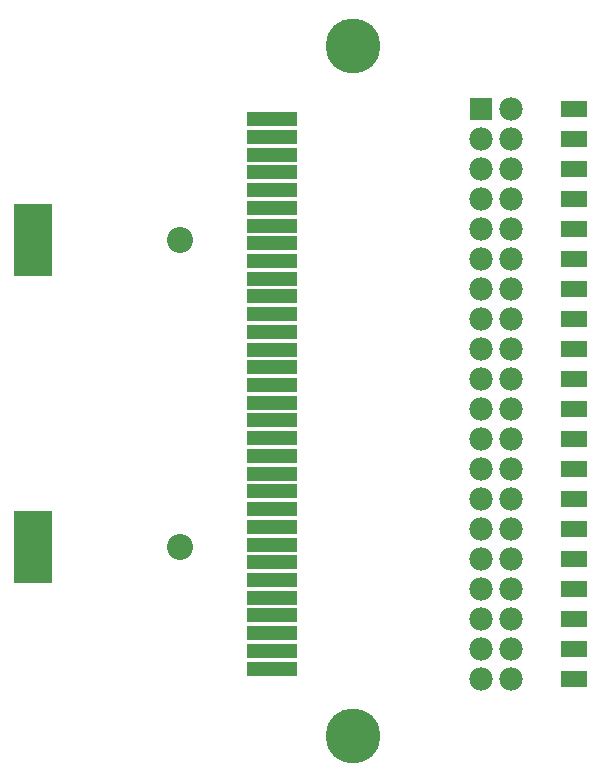
<source format=gts>
G04 Layer_Color=8388736*
%FSLAX25Y25*%
%MOIN*%
G70*
G01*
G75*
%ADD28R,0.08674X0.05800*%
%ADD29R,0.16548X0.04737*%
%ADD30R,0.12611X0.24422*%
%ADD31R,0.07800X0.07800*%
%ADD32C,0.07800*%
%ADD33C,0.18300*%
%ADD34C,0.08674*%
D28*
X303500Y335000D02*
D03*
Y325000D02*
D03*
Y315000D02*
D03*
Y305000D02*
D03*
Y295000D02*
D03*
Y285000D02*
D03*
Y275000D02*
D03*
Y265000D02*
D03*
Y255000D02*
D03*
Y245000D02*
D03*
Y235000D02*
D03*
Y225000D02*
D03*
Y215000D02*
D03*
Y205000D02*
D03*
Y195000D02*
D03*
Y185000D02*
D03*
Y175000D02*
D03*
Y165000D02*
D03*
Y155000D02*
D03*
Y145000D02*
D03*
D29*
X202854Y331535D02*
D03*
Y325630D02*
D03*
Y319724D02*
D03*
Y313819D02*
D03*
Y307913D02*
D03*
Y302008D02*
D03*
Y296102D02*
D03*
Y290197D02*
D03*
Y284291D02*
D03*
Y278386D02*
D03*
Y272480D02*
D03*
Y266575D02*
D03*
Y260669D02*
D03*
Y254764D02*
D03*
Y248858D02*
D03*
Y242953D02*
D03*
Y237047D02*
D03*
Y231142D02*
D03*
Y225236D02*
D03*
Y219331D02*
D03*
Y213425D02*
D03*
Y207520D02*
D03*
Y201614D02*
D03*
Y195709D02*
D03*
Y189803D02*
D03*
Y183898D02*
D03*
Y177992D02*
D03*
Y172087D02*
D03*
Y166181D02*
D03*
Y160276D02*
D03*
Y154370D02*
D03*
Y148465D02*
D03*
D30*
X123327Y188819D02*
D03*
Y291181D02*
D03*
D31*
X272500Y335000D02*
D03*
D32*
X282500D02*
D03*
X272500Y325000D02*
D03*
X282500D02*
D03*
X272500Y315000D02*
D03*
X282500D02*
D03*
X272500Y305000D02*
D03*
X282500D02*
D03*
X272500Y295000D02*
D03*
X282500D02*
D03*
X272500Y285000D02*
D03*
X282500D02*
D03*
X272500Y275000D02*
D03*
X282500D02*
D03*
X272500Y265000D02*
D03*
X282500D02*
D03*
X272500Y255000D02*
D03*
X282500D02*
D03*
X272500Y245000D02*
D03*
X282500D02*
D03*
X272500Y235000D02*
D03*
X282500D02*
D03*
X272500Y225000D02*
D03*
X282500D02*
D03*
X272500Y215000D02*
D03*
X282500D02*
D03*
X272500Y205000D02*
D03*
X282500D02*
D03*
X272500Y195000D02*
D03*
X282500D02*
D03*
X272500Y185000D02*
D03*
X282500D02*
D03*
X272500Y175000D02*
D03*
X282500D02*
D03*
X272500Y165000D02*
D03*
X282500D02*
D03*
X272500Y155000D02*
D03*
X282500D02*
D03*
X272500Y145000D02*
D03*
X282500D02*
D03*
D33*
X230000Y126000D02*
D03*
Y356000D02*
D03*
D34*
X172343Y188819D02*
D03*
Y291181D02*
D03*
M02*

</source>
